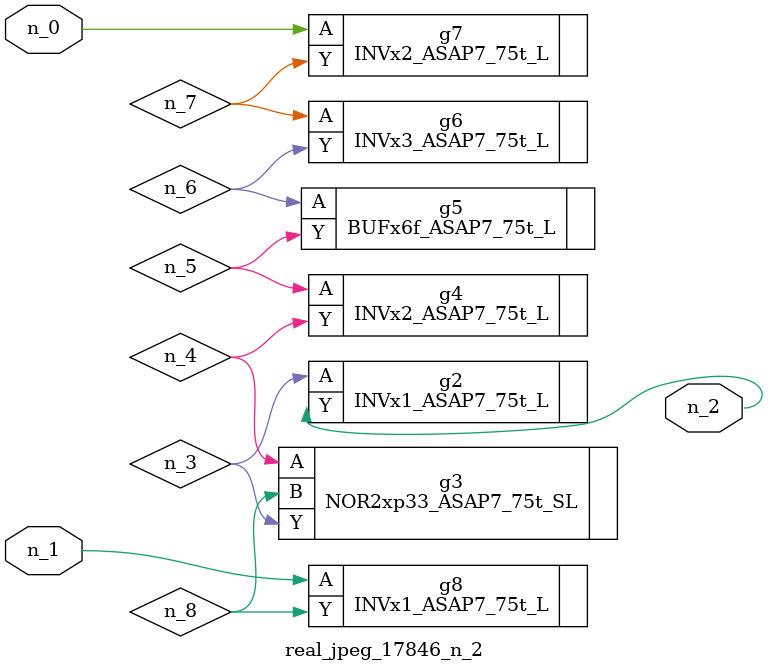
<source format=v>
module real_jpeg_17846_n_2 (n_1, n_0, n_2);

input n_1;
input n_0;

output n_2;

wire n_5;
wire n_8;
wire n_4;
wire n_6;
wire n_7;
wire n_3;

INVx2_ASAP7_75t_L g7 ( 
.A(n_0),
.Y(n_7)
);

INVx1_ASAP7_75t_L g8 ( 
.A(n_1),
.Y(n_8)
);

INVx1_ASAP7_75t_L g2 ( 
.A(n_3),
.Y(n_2)
);

NOR2xp33_ASAP7_75t_SL g3 ( 
.A(n_4),
.B(n_8),
.Y(n_3)
);

INVx2_ASAP7_75t_L g4 ( 
.A(n_5),
.Y(n_4)
);

BUFx6f_ASAP7_75t_L g5 ( 
.A(n_6),
.Y(n_5)
);

INVx3_ASAP7_75t_L g6 ( 
.A(n_7),
.Y(n_6)
);


endmodule
</source>
